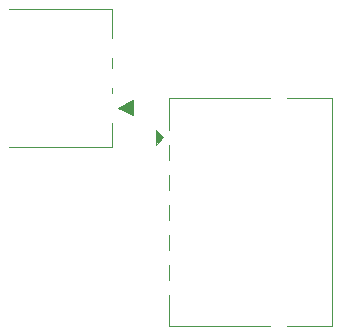
<source format=gbr>
%TF.GenerationSoftware,KiCad,Pcbnew,7.0.10-7.0.10~ubuntu22.04.1*%
%TF.CreationDate,2024-01-21T09:33:43-08:00*%
%TF.ProjectId,MAG_encoder_adapter,4d41475f-656e-4636-9f64-65725f616461,rev?*%
%TF.SameCoordinates,Original*%
%TF.FileFunction,Legend,Bot*%
%TF.FilePolarity,Positive*%
%FSLAX46Y46*%
G04 Gerber Fmt 4.6, Leading zero omitted, Abs format (unit mm)*
G04 Created by KiCad (PCBNEW 7.0.10-7.0.10~ubuntu22.04.1) date 2024-01-21 09:33:43*
%MOMM*%
%LPD*%
G01*
G04 APERTURE LIST*
%ADD10C,0.120000*%
G04 APERTURE END LIST*
D10*
%TO.C,J2*%
X167933451Y-107504377D02*
X167933451Y-107950000D01*
X167933451Y-112534700D02*
X159204401Y-112534700D01*
X167933451Y-104964377D02*
X167933451Y-105855623D01*
X167933451Y-110490000D02*
X167933451Y-112534700D01*
X167933451Y-100825300D02*
X167933451Y-103315623D01*
X159204401Y-100825300D02*
X167933451Y-100825300D01*
X169696451Y-109855000D02*
X168426451Y-109220000D01*
X169696451Y-108585000D01*
X169696451Y-109855000D01*
G36*
X169696451Y-109855000D02*
G01*
X168426451Y-109220000D01*
X169696451Y-108585000D01*
X169696451Y-109855000D01*
G37*
%TO.C,J3*%
X186575700Y-108407200D02*
X186575700Y-127711200D01*
X186575700Y-127711200D02*
X182743472Y-127711200D01*
X172732700Y-121251134D02*
X172732700Y-119947266D01*
X172732700Y-118711134D02*
X172732700Y-117407266D01*
X181314728Y-127711200D02*
X172732700Y-127711200D01*
X172732700Y-111091134D02*
X172732700Y-108407200D01*
X172732700Y-127711200D02*
X172732700Y-125027266D01*
X172732700Y-108407200D02*
X181314728Y-108407200D01*
X172732700Y-123791134D02*
X172732700Y-122487266D01*
X172732700Y-116171134D02*
X172732700Y-114867266D01*
X172732700Y-113631134D02*
X172732700Y-112327266D01*
X182743472Y-108407200D02*
X186575700Y-108407200D01*
X172288200Y-111709200D02*
X171653200Y-112344200D01*
X171653200Y-111074200D01*
X172288200Y-111709200D01*
G36*
X172288200Y-111709200D02*
G01*
X171653200Y-112344200D01*
X171653200Y-111074200D01*
X172288200Y-111709200D01*
G37*
%TD*%
M02*

</source>
